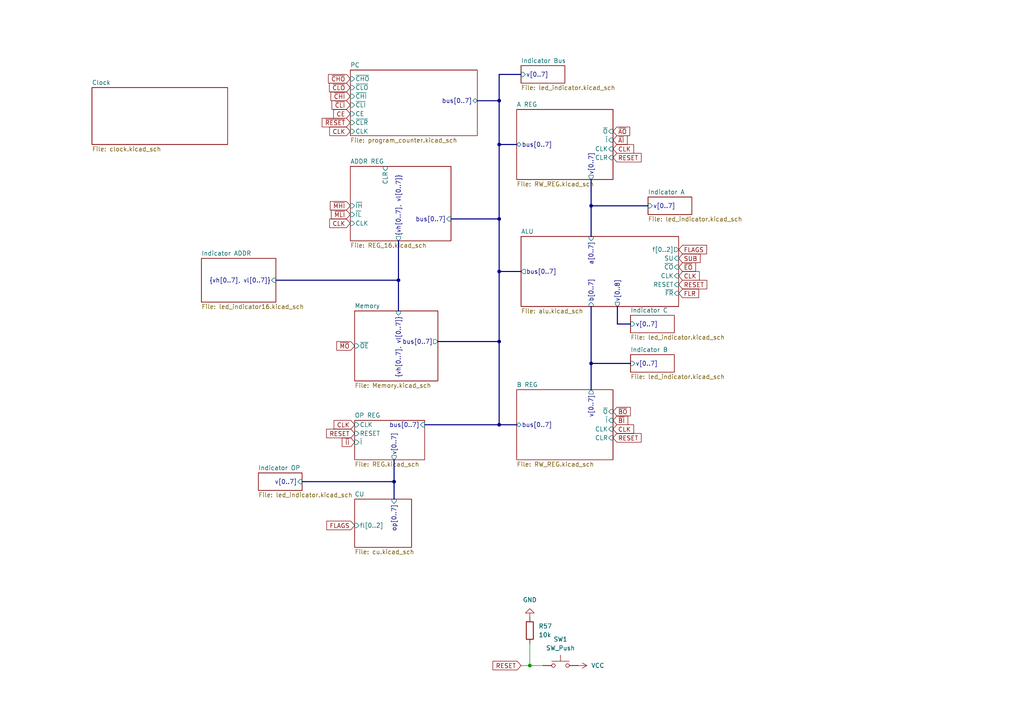
<source format=kicad_sch>
(kicad_sch (version 20250114) (generator "eeschema") (generator_version "9.0")
  (paper "A4")
  (lib_symbols
    (symbol "Device:R" (pin_numbers (hide yes)) (pin_names (offset 0))
      (property "Reference" "R" (at 2.032 0 90))
      (property "Value" "R" (at 0 0 90))
      (symbol "R_0_1"
        (rectangle (start -1.016 -2.54) (end 1.016 2.54) (stroke (width 0.254)))
      )
      (symbol "R_1_1"
        (pin passive line (at 0 3.81 270) (length 1.27) (name "~") (number "1"))
        (pin passive line (at 0 -3.81 90) (length 1.27) (name "~") (number "2"))
      )
    )
    (symbol "Switch:SW_Push" (pin_numbers (hide yes)) (pin_names (offset 1.016) (hide yes))
      (property "Reference" "SW" (at 1.27 2.54 0))
      (property "Value" "SW_Push" (at 0 -1.524 0))
      (symbol "SW_Push_0_1"
        (circle (center -2.032 0) (radius 0.508))
        (polyline (pts (xy 0 1.27) (xy 0 3.048)))
        (circle (center 2.032 0) (radius 0.508))
        (polyline (pts (xy 2.54 1.27) (xy -2.54 1.27)))
        (pin passive line (at -5.08 0 0) (length 2.54) (name "1") (number "1"))
        (pin passive line (at 5.08 0 180) (length 2.54) (name "2") (number "2"))
      )
    )
    (symbol "power:GND" (power) (pin_numbers (hide yes)) (pin_names (offset 0) (hide yes))
      (property "Value" "GND" (at 0 -3.81 0))
      (symbol "GND_0_1"
        (polyline (pts (xy 0 0) (xy 0 -1.27) (xy 1.27 -1.27) (xy 0 -2.54) (xy -1.27 -1.27) (xy 0 -1.27)))
      )
      (symbol "GND_1_1"
        (pin power_in line (at 0 0 270) (length 0) (name "~") (number "1"))
      )
    )
    (symbol "power:VCC" (power) (pin_numbers (hide yes)) (pin_names (offset 0) (hide yes))
      (property "Value" "VCC" (at 0 3.556 0))
      (symbol "VCC_0_1"
        (polyline (pts (xy -0.762 1.27) (xy 0 2.54)))
        (polyline (pts (xy 0 2.54) (xy 0.762 1.27)))
        (polyline (pts (xy 0 0) (xy 0 2.54)))
      )
      (symbol "VCC_1_1"
        (pin power_in line (at 0 0 90) (length 0) (name "~") (number "1"))
      )
    )
  )
  (junction (at 114.3 139.7))
  (junction (at 144.78 63.5))
  (junction (at 144.78 99.06))
  (junction (at 115.57 81.28))
  (junction (at 171.45 105.41))
  (junction (at 144.78 29.21))
  (junction (at 144.78 123.19))
  (junction (at 144.78 41.91))
  (junction (at 144.78 78.74))
  (junction (at 153.67 193.04))
  (junction (at 171.45 59.69))
  (bus (pts (xy 144.78 78.74) (xy 144.78 99.06)))
  (wire (pts (xy 151.13 193.04) (xy 153.67 193.04)))
  (bus (pts (xy 80.01 81.28) (xy 115.57 81.28)))
  (bus (pts (xy 179.07 93.98) (xy 182.88 93.98)))
  (bus (pts (xy 138.43 29.21) (xy 144.78 29.21)))
  (bus (pts (xy 123.19 123.19) (xy 144.78 123.19)))
  (bus (pts (xy 115.57 81.28) (xy 115.57 90.17)))
  (bus (pts (xy 171.45 105.41) (xy 182.88 105.41)))
  (bus (pts (xy 171.45 105.41) (xy 171.45 113.03)))
  (bus (pts (xy 171.45 52.07) (xy 171.45 59.69)))
  (bus (pts (xy 144.78 63.5) (xy 144.78 78.74)))
  (bus (pts (xy 171.45 59.69) (xy 171.45 68.58)))
  (bus (pts (xy 149.86 41.91) (xy 144.78 41.91)))
  (bus (pts (xy 144.78 41.91) (xy 144.78 63.5)))
  (bus (pts (xy 130.81 63.5) (xy 144.78 63.5)))
  (bus (pts (xy 114.3 133.35) (xy 114.3 139.7)))
  (wire (pts (xy 153.67 193.04) (xy 157.48 193.04)))
  (bus (pts (xy 144.78 123.19) (xy 149.86 123.19)))
  (bus (pts (xy 187.96 59.69) (xy 171.45 59.69)))
  (bus (pts (xy 144.78 78.74) (xy 151.13 78.74)))
  (bus (pts (xy 114.3 139.7) (xy 114.3 144.78)))
  (bus (pts (xy 144.78 21.59) (xy 151.13 21.59)))
  (bus (pts (xy 87.63 139.7) (xy 114.3 139.7)))
  (bus (pts (xy 127 99.06) (xy 144.78 99.06)))
  (wire (pts (xy 153.67 186.69) (xy 153.67 193.04)))
  (bus (pts (xy 144.78 99.06) (xy 144.78 123.19)))
  (bus (pts (xy 115.57 69.85) (xy 115.57 81.28)))
  (bus (pts (xy 179.07 88.9) (xy 179.07 93.98)))
  (bus (pts (xy 171.45 88.9) (xy 171.45 105.41)))
  (bus (pts (xy 144.78 29.21) (xy 144.78 41.91)))
  (bus (pts (xy 144.78 29.21) (xy 144.78 21.59)))
  (global_label "SUB" (shape input) (at 196.85 74.93 0) (property "Intersheetrefs" "${INTERSHEET_REFS}" (effects (hide yes))))
  (global_label "RESET" (shape input) (at 102.87 125.73 180) (property "Intersheetrefs" "${INTERSHEET_REFS}" (effects (hide yes))))
  (global_label "CE" (shape input) (at 101.6 33.02 180) (property "Intersheetrefs" "${INTERSHEET_REFS}" (effects (hide yes))))
  (global_label "~{BI}" (shape input) (at 177.8 121.92 0) (property "Intersheetrefs" "${INTERSHEET_REFS}" (effects (hide yes))))
  (global_label "~{AI}" (shape input) (at 177.8 40.64 0) (property "Intersheetrefs" "${INTERSHEET_REFS}" (effects (hide yes))))
  (global_label "~{MO}" (shape input) (at 102.87 100.33 180) (property "Intersheetrefs" "${INTERSHEET_REFS}" (effects (hide yes))))
  (global_label "CLK" (shape input) (at 102.87 123.19 180) (property "Intersheetrefs" "${INTERSHEET_REFS}" (effects (hide yes))))
  (global_label "RESET" (shape input) (at 177.8 45.72 0) (property "Intersheetrefs" "${INTERSHEET_REFS}" (effects (hide yes))))
  (global_label "~{MLI}" (shape input) (at 101.6 62.23 180) (property "Intersheetrefs" "${INTERSHEET_REFS}" (effects (hide yes))))
  (global_label "CLK" (shape input) (at 101.6 64.77 180) (property "Intersheetrefs" "${INTERSHEET_REFS}" (effects (hide yes))))
  (global_label "CLK" (shape input) (at 177.8 43.18 0) (property "Intersheetrefs" "${INTERSHEET_REFS}" (effects (hide yes))))
  (global_label "RESET" (shape input) (at 196.85 82.55 0) (property "Intersheetrefs" "${INTERSHEET_REFS}" (effects (hide yes))))
  (global_label "~{RESET}" (shape input) (at 101.6 35.56 180) (property "Intersheetrefs" "${INTERSHEET_REFS}" (effects (hide yes))))
  (global_label "~{CHI}" (shape input) (at 101.6 27.94 180) (property "Intersheetrefs" "${INTERSHEET_REFS}" (effects (hide yes))))
  (global_label "RESET" (shape input) (at 177.8 127 0) (property "Intersheetrefs" "${INTERSHEET_REFS}" (effects (hide yes))))
  (global_label "FLR" (shape input) (at 196.85 85.09 0) (property "Intersheetrefs" "${INTERSHEET_REFS}" (effects (hide yes))))
  (global_label "RESET" (shape input) (at 151.13 193.04 180) (property "Intersheetrefs" "${INTERSHEET_REFS}" (effects (hide yes))))
  (global_label "~{CLI}" (shape input) (at 101.6 30.48 180) (property "Intersheetrefs" "${INTERSHEET_REFS}" (effects (hide yes))))
  (global_label "~{EO}" (shape input) (at 196.85 77.47 0) (property "Intersheetrefs" "${INTERSHEET_REFS}" (effects (hide yes))))
  (global_label "~{MHI}" (shape input) (at 101.6 59.69 180) (property "Intersheetrefs" "${INTERSHEET_REFS}" (effects (hide yes))))
  (global_label "~{CHO}" (shape input) (at 101.6 22.86 180) (property "Intersheetrefs" "${INTERSHEET_REFS}" (effects (hide yes))))
  (global_label "CLK" (shape input) (at 101.6 38.1 180) (property "Intersheetrefs" "${INTERSHEET_REFS}" (effects (hide yes))))
  (global_label "FLAGS" (shape input) (at 102.87 152.4 180) (property "Intersheetrefs" "${INTERSHEET_REFS}" (effects (hide yes))))
  (global_label "~{BO}" (shape input) (at 177.8 119.38 0) (property "Intersheetrefs" "${INTERSHEET_REFS}" (effects (hide yes))))
  (global_label "FLAGS" (shape input) (at 196.85 72.39 0) (property "Intersheetrefs" "${INTERSHEET_REFS}" (effects (hide yes))))
  (global_label "~{CLO}" (shape input) (at 101.6 25.4 180) (property "Intersheetrefs" "${INTERSHEET_REFS}" (effects (hide yes))))
  (global_label "CLK" (shape input) (at 177.8 124.46 0) (property "Intersheetrefs" "${INTERSHEET_REFS}" (effects (hide yes))))
  (global_label "CLK" (shape input) (at 196.85 80.01 0) (property "Intersheetrefs" "${INTERSHEET_REFS}" (effects (hide yes))))
  (global_label "~{AO}" (shape input) (at 177.8 38.1 0) (property "Intersheetrefs" "${INTERSHEET_REFS}" (effects (hide yes))))
  (global_label "~{II}" (shape input) (at 102.87 128.27 180) (property "Intersheetrefs" "${INTERSHEET_REFS}" (effects (hide yes))))
  (symbol (lib_id "Switch:SW_Push") (at 162.56 193.04 0) (unit 1)
    (property "Reference" "SW1" (at 162.56 185.42 0))
    (property "Value" "SW_Push" (at 162.56 187.96 0))
    (property "Footprint" "Button_Switch_THT:SW_PUSH_6mm" (effects (hide yes)))
    (property "Description" "Push button switch, generic, two pins" (effects (hide yes)))
  )
  (symbol (lib_id "power:VCC") (at 167.64 193.04 270) (unit 1)
    (property "Reference" "#PWR063" (effects (hide yes)))
    (property "Value" "VCC" (at 171.45 193.0399 90) (effects (justify left)))
    (property "Description" "Power symbol creates a global label with name \"VCC\"" (effects (hide yes)))
  )
  (symbol (lib_id "power:GND") (at 153.67 179.07 180) (unit 1)
    (property "Reference" "#PWR062" (effects (hide yes)))
    (property "Value" "GND" (at 153.67 173.99 0))
    (property "Description" "Power symbol creates a global label with name \"GND\" , ground" (effects (hide yes)))
  )
  (symbol (lib_id "Device:R") (at 153.67 182.88 0) (unit 1)
    (property "Reference" "R57" (at 156.21 181.6099 0) (effects (justify left)))
    (property "Value" "10k" (at 156.21 184.1499 0) (effects (justify left)))
    (property "Footprint" "Resistor_THT:R_Axial_DIN0204_L3.6mm_D1.6mm_P5.08mm_Horizontal" (effects (hide yes)))
    (property "Description" "Resistor" (effects (hide yes)))
  )
  (sheet (at 101.6 48.26) (size 29.21 21.59) (stroke (width 0.1524))
    (property "Sheetname" "ADDR REG" (at 101.6 47.5484 0) (effects (justify left bottom)))
    (property "Sheetfile" "REG_16.kicad_sch" (at 101.6 70.4346 0) (effects (justify left top)))
    (pin "CLR" input (at 111.76 48.26 90))
    (pin "bus[0..7]" input (at 130.81 63.5 0))
    (pin "~{IL}" input (at 101.6 62.23 180))
    (pin "CLK" input (at 101.6 64.77 180))
    (pin "~{IH}" input (at 101.6 59.69 180))
    (pin "{vh[0..7], vl[0..7]}" output (at 115.57 69.85 270))
  )
  (sheet (at 151.13 19.05) (size 12.7 5.08) (stroke (width 0.1524))
    (property "Sheetname" "Indicator Bus" (at 151.13 18.3384 0) (effects (justify left bottom)))
    (property "Sheetfile" "led_indicator.kicad_sch" (at 151.13 24.7146 0) (effects (justify left top)))
    (pin "v[0..7]" input (at 151.13 21.59 180))
  )
  (sheet (at 74.93 137.16) (size 12.7 5.08) (stroke (width 0.1524))
    (property "Sheetname" "Indicator OP" (at 74.93 136.4484 0) (effects (justify left bottom)))
    (property "Sheetfile" "led_indicator.kicad_sch" (at 74.93 142.8246 0) (effects (justify left top)))
    (pin "v[0..7]" input (at 87.63 139.7 0))
  )
  (sheet (at 151.13 68.58) (size 45.72 20.32) (stroke (width 0.1524))
    (property "Sheetname" "ALU" (at 151.13 67.8684 0) (effects (justify left bottom)))
    (property "Sheetfile" "alu.kicad_sch" (at 151.13 89.4846 0) (effects (justify left top)))
    (pin "b[0..7]" input (at 171.45 88.9 270))
    (pin "a[0..7]" input (at 171.45 68.58 90))
    (pin "bus[0..7]" output (at 151.13 78.74 180))
    (pin "SU" input (at 196.85 74.93 0))
    (pin "~{CO}" input (at 196.85 77.47 0))
    (pin "CLK" input (at 196.85 80.01 0))
    (pin "~{FR}" input (at 196.85 85.09 0))
    (pin "v[0..8]" output (at 179.07 88.9 270))
    (pin "f[0..2]" output (at 196.85 72.39 0))
    (pin "RESET" input (at 196.85 82.55 0))
  )
  (sheet (at 182.88 91.44) (size 12.7 5.08) (stroke (width 0.1524))
    (property "Sheetname" "Indicator C" (at 182.88 90.7284 0) (effects (justify left bottom)))
    (property "Sheetfile" "led_indicator.kicad_sch" (at 182.88 97.1046 0) (effects (justify left top)))
    (pin "v[0..7]" input (at 182.88 93.98 180))
  )
  (sheet (at 149.86 31.75) (size 27.94 20.32) (stroke (width 0.1524))
    (property "Sheetname" "A REG" (at 149.86 31.0384 0) (effects (justify left bottom)))
    (property "Sheetfile" "RW_REG.kicad_sch" (at 149.86 52.6546 0) (effects (justify left top)))
    (pin "CLR" input (at 177.8 45.72 0))
    (pin "CLK" input (at 177.8 43.18 0))
    (pin "~{O}" input (at 177.8 38.1 0))
    (pin "~{I}" input (at 177.8 40.64 0))
    (pin "bus[0..7]" bidirectional (at 149.86 41.91 180))
    (pin "v[0..7]" output (at 171.45 52.07 270))
  )
  (sheet (at 102.87 121.92) (size 20.32 11.43) (stroke (width 0.1524))
    (property "Sheetname" "OP REG" (at 102.87 121.2084 0) (effects (justify left bottom)))
    (property "Sheetfile" "REG.kicad_sch" (at 102.87 133.9346 0) (effects (justify left top)))
    (pin "bus[0..7]" input (at 123.19 123.19 0))
    (pin "v[0..7]" output (at 114.3 133.35 270))
    (pin "~{I}" input (at 102.87 128.27 180))
    (pin "CLK" input (at 102.87 123.19 180))
    (pin "RESET" input (at 102.87 125.73 180))
  )
  (sheet (at 102.87 90.17) (size 24.13 20.32) (stroke (width 0.1524))
    (property "Sheetname" "Memory" (at 102.87 89.4584 0) (effects (justify left bottom)))
    (property "Sheetfile" "Memory.kicad_sch" (at 102.87 111.0746 0) (effects (justify left top)))
    (pin "{vh[0..7], vl[0..7]}" input (at 115.57 90.17 90))
    (pin "bus[0..7]" output (at 127 99.06 0))
    (pin "~{OE}" input (at 102.87 100.33 180))
  )
  (sheet (at 187.96 57.15) (size 12.7 5.08) (stroke (width 0.1524))
    (property "Sheetname" "Indicator A" (at 187.96 56.4384 0) (effects (justify left bottom)))
    (property "Sheetfile" "led_indicator.kicad_sch" (at 187.96 62.8146 0) (effects (justify left top)))
    (pin "v[0..7]" input (at 187.96 59.69 180))
  )
  (sheet (at 182.88 102.87) (size 12.7 5.08) (stroke (width 0.1524))
    (property "Sheetname" "Indicator B" (at 182.88 102.1584 0) (effects (justify left bottom)))
    (property "Sheetfile" "led_indicator.kicad_sch" (at 182.88 108.5346 0) (effects (justify left top)))
    (pin "v[0..7]" input (at 182.88 105.41 180))
  )
  (sheet (at 149.86 113.03) (size 27.94 20.32) (stroke (width 0.1524))
    (property "Sheetname" "B REG" (at 149.86 112.3184 0) (effects (justify left bottom)))
    (property "Sheetfile" "RW_REG.kicad_sch" (at 149.86 133.9346 0) (effects (justify left top)))
    (pin "CLR" input (at 177.8 127 0))
    (pin "CLK" input (at 177.8 124.46 0))
    (pin "~{O}" input (at 177.8 119.38 0))
    (pin "~{I}" input (at 177.8 121.92 0))
    (pin "bus[0..7]" bidirectional (at 149.86 123.19 180))
    (pin "v[0..7]" output (at 171.45 113.03 90))
  )
  (sheet (at 101.6 20.32) (size 36.83 19.05) (stroke (width 0.1524))
    (property "Sheetname" "PC" (at 101.6 19.6084 0) (effects (justify left bottom)))
    (property "Sheetfile" "program_counter.kicad_sch" (at 101.6 39.9546 0) (effects (justify left top)))
    (pin "bus[0..7]" bidirectional (at 138.43 29.21 0))
    (pin "CE" input (at 101.6 33.02 180))
    (pin "~{CLR}" input (at 101.6 35.56 180))
    (pin "CLK" input (at 101.6 38.1 180))
    (pin "~{CLI}" input (at 101.6 30.48 180))
    (pin "~{CLO}" input (at 101.6 25.4 180))
    (pin "~{CHO}" input (at 101.6 22.86 180))
    (pin "~{CHI}" input (at 101.6 27.94 180))
  )
  (sheet (at 102.87 144.78) (size 16.51 13.97) (stroke (width 0.1524))
    (property "Sheetname" "CU" (at 102.87 144.0684 0) (effects (justify left bottom)))
    (property "Sheetfile" "cu.kicad_sch" (at 102.87 159.3346 0) (effects (justify left top)))
    (pin "op[0..7]" input (at 114.3 144.78 90))
    (pin "fl[0..2]" input (at 102.87 152.4 180))
  )
  (sheet (at 58.42 74.93) (size 21.59 12.7) (stroke (width 0.1524))
    (property "Sheetname" "Indicator ADDR" (at 58.42 74.2184 0) (effects (justify left bottom)))
    (property "Sheetfile" "led_indicator16.kicad_sch" (at 58.42 88.2146 0) (effects (justify left top)))
    (pin "{vh[0..7], vl[0..7]}" input (at 80.01 81.28 0))
  )
  (sheet (at 26.67 25.4) (size 39.37 16.51) (stroke (width 0.1524))
    (property "Sheetname" "Clock" (at 26.67 24.6884 0) (effects (justify left bottom)))
    (property "Sheetfile" "clock.kicad_sch" (at 26.67 42.4946 0) (effects (justify left top)))
  )
)
</source>
